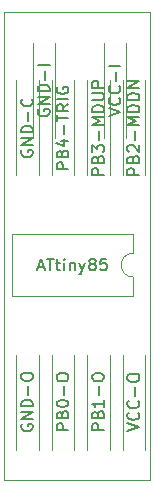
<source format=gbr>
%TF.GenerationSoftware,KiCad,Pcbnew,9.0.0*%
%TF.CreationDate,2025-05-11T23:31:38-04:00*%
%TF.ProjectId,WandLite,57616e64-4c69-4746-952e-6b696361645f,rev?*%
%TF.SameCoordinates,Original*%
%TF.FileFunction,Legend,Top*%
%TF.FilePolarity,Positive*%
%FSLAX46Y46*%
G04 Gerber Fmt 4.6, Leading zero omitted, Abs format (unit mm)*
G04 Created by KiCad (PCBNEW 9.0.0) date 2025-05-11 23:31:38*
%MOMM*%
%LPD*%
G01*
G04 APERTURE LIST*
%ADD10C,0.150000*%
%ADD11C,0.120000*%
%TA.AperFunction,Profile*%
%ADD12C,0.050000*%
%TD*%
G04 APERTURE END LIST*
D10*
X137254819Y-69886189D02*
X136254819Y-69886189D01*
X136254819Y-69886189D02*
X136254819Y-69505237D01*
X136254819Y-69505237D02*
X136302438Y-69409999D01*
X136302438Y-69409999D02*
X136350057Y-69362380D01*
X136350057Y-69362380D02*
X136445295Y-69314761D01*
X136445295Y-69314761D02*
X136588152Y-69314761D01*
X136588152Y-69314761D02*
X136683390Y-69362380D01*
X136683390Y-69362380D02*
X136731009Y-69409999D01*
X136731009Y-69409999D02*
X136778628Y-69505237D01*
X136778628Y-69505237D02*
X136778628Y-69886189D01*
X136731009Y-68552856D02*
X136778628Y-68409999D01*
X136778628Y-68409999D02*
X136826247Y-68362380D01*
X136826247Y-68362380D02*
X136921485Y-68314761D01*
X136921485Y-68314761D02*
X137064342Y-68314761D01*
X137064342Y-68314761D02*
X137159580Y-68362380D01*
X137159580Y-68362380D02*
X137207200Y-68409999D01*
X137207200Y-68409999D02*
X137254819Y-68505237D01*
X137254819Y-68505237D02*
X137254819Y-68886189D01*
X137254819Y-68886189D02*
X136254819Y-68886189D01*
X136254819Y-68886189D02*
X136254819Y-68552856D01*
X136254819Y-68552856D02*
X136302438Y-68457618D01*
X136302438Y-68457618D02*
X136350057Y-68409999D01*
X136350057Y-68409999D02*
X136445295Y-68362380D01*
X136445295Y-68362380D02*
X136540533Y-68362380D01*
X136540533Y-68362380D02*
X136635771Y-68409999D01*
X136635771Y-68409999D02*
X136683390Y-68457618D01*
X136683390Y-68457618D02*
X136731009Y-68552856D01*
X136731009Y-68552856D02*
X136731009Y-68886189D01*
X136588152Y-67457618D02*
X137254819Y-67457618D01*
X136207200Y-67695713D02*
X136921485Y-67933808D01*
X136921485Y-67933808D02*
X136921485Y-67314761D01*
X136873866Y-66933808D02*
X136873866Y-66171904D01*
X136254819Y-65838570D02*
X136254819Y-65267142D01*
X137254819Y-65552856D02*
X136254819Y-65552856D01*
X137254819Y-64362380D02*
X136778628Y-64695713D01*
X137254819Y-64933808D02*
X136254819Y-64933808D01*
X136254819Y-64933808D02*
X136254819Y-64552856D01*
X136254819Y-64552856D02*
X136302438Y-64457618D01*
X136302438Y-64457618D02*
X136350057Y-64409999D01*
X136350057Y-64409999D02*
X136445295Y-64362380D01*
X136445295Y-64362380D02*
X136588152Y-64362380D01*
X136588152Y-64362380D02*
X136683390Y-64409999D01*
X136683390Y-64409999D02*
X136731009Y-64457618D01*
X136731009Y-64457618D02*
X136778628Y-64552856D01*
X136778628Y-64552856D02*
X136778628Y-64933808D01*
X137254819Y-63933808D02*
X136254819Y-63933808D01*
X136302438Y-62933809D02*
X136254819Y-63029047D01*
X136254819Y-63029047D02*
X136254819Y-63171904D01*
X136254819Y-63171904D02*
X136302438Y-63314761D01*
X136302438Y-63314761D02*
X136397676Y-63409999D01*
X136397676Y-63409999D02*
X136492914Y-63457618D01*
X136492914Y-63457618D02*
X136683390Y-63505237D01*
X136683390Y-63505237D02*
X136826247Y-63505237D01*
X136826247Y-63505237D02*
X137016723Y-63457618D01*
X137016723Y-63457618D02*
X137111961Y-63409999D01*
X137111961Y-63409999D02*
X137207200Y-63314761D01*
X137207200Y-63314761D02*
X137254819Y-63171904D01*
X137254819Y-63171904D02*
X137254819Y-63076666D01*
X137254819Y-63076666D02*
X137207200Y-62933809D01*
X137207200Y-62933809D02*
X137159580Y-62886190D01*
X137159580Y-62886190D02*
X136826247Y-62886190D01*
X136826247Y-62886190D02*
X136826247Y-63076666D01*
X133302438Y-68290952D02*
X133254819Y-68386190D01*
X133254819Y-68386190D02*
X133254819Y-68529047D01*
X133254819Y-68529047D02*
X133302438Y-68671904D01*
X133302438Y-68671904D02*
X133397676Y-68767142D01*
X133397676Y-68767142D02*
X133492914Y-68814761D01*
X133492914Y-68814761D02*
X133683390Y-68862380D01*
X133683390Y-68862380D02*
X133826247Y-68862380D01*
X133826247Y-68862380D02*
X134016723Y-68814761D01*
X134016723Y-68814761D02*
X134111961Y-68767142D01*
X134111961Y-68767142D02*
X134207200Y-68671904D01*
X134207200Y-68671904D02*
X134254819Y-68529047D01*
X134254819Y-68529047D02*
X134254819Y-68433809D01*
X134254819Y-68433809D02*
X134207200Y-68290952D01*
X134207200Y-68290952D02*
X134159580Y-68243333D01*
X134159580Y-68243333D02*
X133826247Y-68243333D01*
X133826247Y-68243333D02*
X133826247Y-68433809D01*
X134254819Y-67814761D02*
X133254819Y-67814761D01*
X133254819Y-67814761D02*
X134254819Y-67243333D01*
X134254819Y-67243333D02*
X133254819Y-67243333D01*
X134254819Y-66767142D02*
X133254819Y-66767142D01*
X133254819Y-66767142D02*
X133254819Y-66529047D01*
X133254819Y-66529047D02*
X133302438Y-66386190D01*
X133302438Y-66386190D02*
X133397676Y-66290952D01*
X133397676Y-66290952D02*
X133492914Y-66243333D01*
X133492914Y-66243333D02*
X133683390Y-66195714D01*
X133683390Y-66195714D02*
X133826247Y-66195714D01*
X133826247Y-66195714D02*
X134016723Y-66243333D01*
X134016723Y-66243333D02*
X134111961Y-66290952D01*
X134111961Y-66290952D02*
X134207200Y-66386190D01*
X134207200Y-66386190D02*
X134254819Y-66529047D01*
X134254819Y-66529047D02*
X134254819Y-66767142D01*
X133873866Y-65767142D02*
X133873866Y-65005238D01*
X134159580Y-63957619D02*
X134207200Y-64005238D01*
X134207200Y-64005238D02*
X134254819Y-64148095D01*
X134254819Y-64148095D02*
X134254819Y-64243333D01*
X134254819Y-64243333D02*
X134207200Y-64386190D01*
X134207200Y-64386190D02*
X134111961Y-64481428D01*
X134111961Y-64481428D02*
X134016723Y-64529047D01*
X134016723Y-64529047D02*
X133826247Y-64576666D01*
X133826247Y-64576666D02*
X133683390Y-64576666D01*
X133683390Y-64576666D02*
X133492914Y-64529047D01*
X133492914Y-64529047D02*
X133397676Y-64481428D01*
X133397676Y-64481428D02*
X133302438Y-64386190D01*
X133302438Y-64386190D02*
X133254819Y-64243333D01*
X133254819Y-64243333D02*
X133254819Y-64148095D01*
X133254819Y-64148095D02*
X133302438Y-64005238D01*
X133302438Y-64005238D02*
X133350057Y-63957619D01*
X134702438Y-64829047D02*
X134654819Y-64924285D01*
X134654819Y-64924285D02*
X134654819Y-65067142D01*
X134654819Y-65067142D02*
X134702438Y-65209999D01*
X134702438Y-65209999D02*
X134797676Y-65305237D01*
X134797676Y-65305237D02*
X134892914Y-65352856D01*
X134892914Y-65352856D02*
X135083390Y-65400475D01*
X135083390Y-65400475D02*
X135226247Y-65400475D01*
X135226247Y-65400475D02*
X135416723Y-65352856D01*
X135416723Y-65352856D02*
X135511961Y-65305237D01*
X135511961Y-65305237D02*
X135607200Y-65209999D01*
X135607200Y-65209999D02*
X135654819Y-65067142D01*
X135654819Y-65067142D02*
X135654819Y-64971904D01*
X135654819Y-64971904D02*
X135607200Y-64829047D01*
X135607200Y-64829047D02*
X135559580Y-64781428D01*
X135559580Y-64781428D02*
X135226247Y-64781428D01*
X135226247Y-64781428D02*
X135226247Y-64971904D01*
X135654819Y-64352856D02*
X134654819Y-64352856D01*
X134654819Y-64352856D02*
X135654819Y-63781428D01*
X135654819Y-63781428D02*
X134654819Y-63781428D01*
X135654819Y-63305237D02*
X134654819Y-63305237D01*
X134654819Y-63305237D02*
X134654819Y-63067142D01*
X134654819Y-63067142D02*
X134702438Y-62924285D01*
X134702438Y-62924285D02*
X134797676Y-62829047D01*
X134797676Y-62829047D02*
X134892914Y-62781428D01*
X134892914Y-62781428D02*
X135083390Y-62733809D01*
X135083390Y-62733809D02*
X135226247Y-62733809D01*
X135226247Y-62733809D02*
X135416723Y-62781428D01*
X135416723Y-62781428D02*
X135511961Y-62829047D01*
X135511961Y-62829047D02*
X135607200Y-62924285D01*
X135607200Y-62924285D02*
X135654819Y-63067142D01*
X135654819Y-63067142D02*
X135654819Y-63305237D01*
X135273866Y-62305237D02*
X135273866Y-61543333D01*
X135654819Y-61067142D02*
X134654819Y-61067142D01*
X142254819Y-92066189D02*
X143254819Y-91732856D01*
X143254819Y-91732856D02*
X142254819Y-91399523D01*
X143159580Y-90494761D02*
X143207200Y-90542380D01*
X143207200Y-90542380D02*
X143254819Y-90685237D01*
X143254819Y-90685237D02*
X143254819Y-90780475D01*
X143254819Y-90780475D02*
X143207200Y-90923332D01*
X143207200Y-90923332D02*
X143111961Y-91018570D01*
X143111961Y-91018570D02*
X143016723Y-91066189D01*
X143016723Y-91066189D02*
X142826247Y-91113808D01*
X142826247Y-91113808D02*
X142683390Y-91113808D01*
X142683390Y-91113808D02*
X142492914Y-91066189D01*
X142492914Y-91066189D02*
X142397676Y-91018570D01*
X142397676Y-91018570D02*
X142302438Y-90923332D01*
X142302438Y-90923332D02*
X142254819Y-90780475D01*
X142254819Y-90780475D02*
X142254819Y-90685237D01*
X142254819Y-90685237D02*
X142302438Y-90542380D01*
X142302438Y-90542380D02*
X142350057Y-90494761D01*
X143159580Y-89494761D02*
X143207200Y-89542380D01*
X143207200Y-89542380D02*
X143254819Y-89685237D01*
X143254819Y-89685237D02*
X143254819Y-89780475D01*
X143254819Y-89780475D02*
X143207200Y-89923332D01*
X143207200Y-89923332D02*
X143111961Y-90018570D01*
X143111961Y-90018570D02*
X143016723Y-90066189D01*
X143016723Y-90066189D02*
X142826247Y-90113808D01*
X142826247Y-90113808D02*
X142683390Y-90113808D01*
X142683390Y-90113808D02*
X142492914Y-90066189D01*
X142492914Y-90066189D02*
X142397676Y-90018570D01*
X142397676Y-90018570D02*
X142302438Y-89923332D01*
X142302438Y-89923332D02*
X142254819Y-89780475D01*
X142254819Y-89780475D02*
X142254819Y-89685237D01*
X142254819Y-89685237D02*
X142302438Y-89542380D01*
X142302438Y-89542380D02*
X142350057Y-89494761D01*
X142873866Y-89066189D02*
X142873866Y-88304285D01*
X142254819Y-87637618D02*
X142254819Y-87447142D01*
X142254819Y-87447142D02*
X142302438Y-87351904D01*
X142302438Y-87351904D02*
X142397676Y-87256666D01*
X142397676Y-87256666D02*
X142588152Y-87209047D01*
X142588152Y-87209047D02*
X142921485Y-87209047D01*
X142921485Y-87209047D02*
X143111961Y-87256666D01*
X143111961Y-87256666D02*
X143207200Y-87351904D01*
X143207200Y-87351904D02*
X143254819Y-87447142D01*
X143254819Y-87447142D02*
X143254819Y-87637618D01*
X143254819Y-87637618D02*
X143207200Y-87732856D01*
X143207200Y-87732856D02*
X143111961Y-87828094D01*
X143111961Y-87828094D02*
X142921485Y-87875713D01*
X142921485Y-87875713D02*
X142588152Y-87875713D01*
X142588152Y-87875713D02*
X142397676Y-87828094D01*
X142397676Y-87828094D02*
X142302438Y-87732856D01*
X142302438Y-87732856D02*
X142254819Y-87637618D01*
X140254819Y-91970951D02*
X139254819Y-91970951D01*
X139254819Y-91970951D02*
X139254819Y-91589999D01*
X139254819Y-91589999D02*
X139302438Y-91494761D01*
X139302438Y-91494761D02*
X139350057Y-91447142D01*
X139350057Y-91447142D02*
X139445295Y-91399523D01*
X139445295Y-91399523D02*
X139588152Y-91399523D01*
X139588152Y-91399523D02*
X139683390Y-91447142D01*
X139683390Y-91447142D02*
X139731009Y-91494761D01*
X139731009Y-91494761D02*
X139778628Y-91589999D01*
X139778628Y-91589999D02*
X139778628Y-91970951D01*
X139731009Y-90637618D02*
X139778628Y-90494761D01*
X139778628Y-90494761D02*
X139826247Y-90447142D01*
X139826247Y-90447142D02*
X139921485Y-90399523D01*
X139921485Y-90399523D02*
X140064342Y-90399523D01*
X140064342Y-90399523D02*
X140159580Y-90447142D01*
X140159580Y-90447142D02*
X140207200Y-90494761D01*
X140207200Y-90494761D02*
X140254819Y-90589999D01*
X140254819Y-90589999D02*
X140254819Y-90970951D01*
X140254819Y-90970951D02*
X139254819Y-90970951D01*
X139254819Y-90970951D02*
X139254819Y-90637618D01*
X139254819Y-90637618D02*
X139302438Y-90542380D01*
X139302438Y-90542380D02*
X139350057Y-90494761D01*
X139350057Y-90494761D02*
X139445295Y-90447142D01*
X139445295Y-90447142D02*
X139540533Y-90447142D01*
X139540533Y-90447142D02*
X139635771Y-90494761D01*
X139635771Y-90494761D02*
X139683390Y-90542380D01*
X139683390Y-90542380D02*
X139731009Y-90637618D01*
X139731009Y-90637618D02*
X139731009Y-90970951D01*
X140254819Y-89447142D02*
X140254819Y-90018570D01*
X140254819Y-89732856D02*
X139254819Y-89732856D01*
X139254819Y-89732856D02*
X139397676Y-89828094D01*
X139397676Y-89828094D02*
X139492914Y-89923332D01*
X139492914Y-89923332D02*
X139540533Y-90018570D01*
X139873866Y-89018570D02*
X139873866Y-88256666D01*
X139254819Y-87589999D02*
X139254819Y-87399523D01*
X139254819Y-87399523D02*
X139302438Y-87304285D01*
X139302438Y-87304285D02*
X139397676Y-87209047D01*
X139397676Y-87209047D02*
X139588152Y-87161428D01*
X139588152Y-87161428D02*
X139921485Y-87161428D01*
X139921485Y-87161428D02*
X140111961Y-87209047D01*
X140111961Y-87209047D02*
X140207200Y-87304285D01*
X140207200Y-87304285D02*
X140254819Y-87399523D01*
X140254819Y-87399523D02*
X140254819Y-87589999D01*
X140254819Y-87589999D02*
X140207200Y-87685237D01*
X140207200Y-87685237D02*
X140111961Y-87780475D01*
X140111961Y-87780475D02*
X139921485Y-87828094D01*
X139921485Y-87828094D02*
X139588152Y-87828094D01*
X139588152Y-87828094D02*
X139397676Y-87780475D01*
X139397676Y-87780475D02*
X139302438Y-87685237D01*
X139302438Y-87685237D02*
X139254819Y-87589999D01*
X137254819Y-91970951D02*
X136254819Y-91970951D01*
X136254819Y-91970951D02*
X136254819Y-91589999D01*
X136254819Y-91589999D02*
X136302438Y-91494761D01*
X136302438Y-91494761D02*
X136350057Y-91447142D01*
X136350057Y-91447142D02*
X136445295Y-91399523D01*
X136445295Y-91399523D02*
X136588152Y-91399523D01*
X136588152Y-91399523D02*
X136683390Y-91447142D01*
X136683390Y-91447142D02*
X136731009Y-91494761D01*
X136731009Y-91494761D02*
X136778628Y-91589999D01*
X136778628Y-91589999D02*
X136778628Y-91970951D01*
X136731009Y-90637618D02*
X136778628Y-90494761D01*
X136778628Y-90494761D02*
X136826247Y-90447142D01*
X136826247Y-90447142D02*
X136921485Y-90399523D01*
X136921485Y-90399523D02*
X137064342Y-90399523D01*
X137064342Y-90399523D02*
X137159580Y-90447142D01*
X137159580Y-90447142D02*
X137207200Y-90494761D01*
X137207200Y-90494761D02*
X137254819Y-90589999D01*
X137254819Y-90589999D02*
X137254819Y-90970951D01*
X137254819Y-90970951D02*
X136254819Y-90970951D01*
X136254819Y-90970951D02*
X136254819Y-90637618D01*
X136254819Y-90637618D02*
X136302438Y-90542380D01*
X136302438Y-90542380D02*
X136350057Y-90494761D01*
X136350057Y-90494761D02*
X136445295Y-90447142D01*
X136445295Y-90447142D02*
X136540533Y-90447142D01*
X136540533Y-90447142D02*
X136635771Y-90494761D01*
X136635771Y-90494761D02*
X136683390Y-90542380D01*
X136683390Y-90542380D02*
X136731009Y-90637618D01*
X136731009Y-90637618D02*
X136731009Y-90970951D01*
X136254819Y-89780475D02*
X136254819Y-89685237D01*
X136254819Y-89685237D02*
X136302438Y-89589999D01*
X136302438Y-89589999D02*
X136350057Y-89542380D01*
X136350057Y-89542380D02*
X136445295Y-89494761D01*
X136445295Y-89494761D02*
X136635771Y-89447142D01*
X136635771Y-89447142D02*
X136873866Y-89447142D01*
X136873866Y-89447142D02*
X137064342Y-89494761D01*
X137064342Y-89494761D02*
X137159580Y-89542380D01*
X137159580Y-89542380D02*
X137207200Y-89589999D01*
X137207200Y-89589999D02*
X137254819Y-89685237D01*
X137254819Y-89685237D02*
X137254819Y-89780475D01*
X137254819Y-89780475D02*
X137207200Y-89875713D01*
X137207200Y-89875713D02*
X137159580Y-89923332D01*
X137159580Y-89923332D02*
X137064342Y-89970951D01*
X137064342Y-89970951D02*
X136873866Y-90018570D01*
X136873866Y-90018570D02*
X136635771Y-90018570D01*
X136635771Y-90018570D02*
X136445295Y-89970951D01*
X136445295Y-89970951D02*
X136350057Y-89923332D01*
X136350057Y-89923332D02*
X136302438Y-89875713D01*
X136302438Y-89875713D02*
X136254819Y-89780475D01*
X136873866Y-89018570D02*
X136873866Y-88256666D01*
X136254819Y-87589999D02*
X136254819Y-87399523D01*
X136254819Y-87399523D02*
X136302438Y-87304285D01*
X136302438Y-87304285D02*
X136397676Y-87209047D01*
X136397676Y-87209047D02*
X136588152Y-87161428D01*
X136588152Y-87161428D02*
X136921485Y-87161428D01*
X136921485Y-87161428D02*
X137111961Y-87209047D01*
X137111961Y-87209047D02*
X137207200Y-87304285D01*
X137207200Y-87304285D02*
X137254819Y-87399523D01*
X137254819Y-87399523D02*
X137254819Y-87589999D01*
X137254819Y-87589999D02*
X137207200Y-87685237D01*
X137207200Y-87685237D02*
X137111961Y-87780475D01*
X137111961Y-87780475D02*
X136921485Y-87828094D01*
X136921485Y-87828094D02*
X136588152Y-87828094D01*
X136588152Y-87828094D02*
X136397676Y-87780475D01*
X136397676Y-87780475D02*
X136302438Y-87685237D01*
X136302438Y-87685237D02*
X136254819Y-87589999D01*
X133302438Y-91494761D02*
X133254819Y-91589999D01*
X133254819Y-91589999D02*
X133254819Y-91732856D01*
X133254819Y-91732856D02*
X133302438Y-91875713D01*
X133302438Y-91875713D02*
X133397676Y-91970951D01*
X133397676Y-91970951D02*
X133492914Y-92018570D01*
X133492914Y-92018570D02*
X133683390Y-92066189D01*
X133683390Y-92066189D02*
X133826247Y-92066189D01*
X133826247Y-92066189D02*
X134016723Y-92018570D01*
X134016723Y-92018570D02*
X134111961Y-91970951D01*
X134111961Y-91970951D02*
X134207200Y-91875713D01*
X134207200Y-91875713D02*
X134254819Y-91732856D01*
X134254819Y-91732856D02*
X134254819Y-91637618D01*
X134254819Y-91637618D02*
X134207200Y-91494761D01*
X134207200Y-91494761D02*
X134159580Y-91447142D01*
X134159580Y-91447142D02*
X133826247Y-91447142D01*
X133826247Y-91447142D02*
X133826247Y-91637618D01*
X134254819Y-91018570D02*
X133254819Y-91018570D01*
X133254819Y-91018570D02*
X134254819Y-90447142D01*
X134254819Y-90447142D02*
X133254819Y-90447142D01*
X134254819Y-89970951D02*
X133254819Y-89970951D01*
X133254819Y-89970951D02*
X133254819Y-89732856D01*
X133254819Y-89732856D02*
X133302438Y-89589999D01*
X133302438Y-89589999D02*
X133397676Y-89494761D01*
X133397676Y-89494761D02*
X133492914Y-89447142D01*
X133492914Y-89447142D02*
X133683390Y-89399523D01*
X133683390Y-89399523D02*
X133826247Y-89399523D01*
X133826247Y-89399523D02*
X134016723Y-89447142D01*
X134016723Y-89447142D02*
X134111961Y-89494761D01*
X134111961Y-89494761D02*
X134207200Y-89589999D01*
X134207200Y-89589999D02*
X134254819Y-89732856D01*
X134254819Y-89732856D02*
X134254819Y-89970951D01*
X133873866Y-88970951D02*
X133873866Y-88209047D01*
X133254819Y-87542380D02*
X133254819Y-87351904D01*
X133254819Y-87351904D02*
X133302438Y-87256666D01*
X133302438Y-87256666D02*
X133397676Y-87161428D01*
X133397676Y-87161428D02*
X133588152Y-87113809D01*
X133588152Y-87113809D02*
X133921485Y-87113809D01*
X133921485Y-87113809D02*
X134111961Y-87161428D01*
X134111961Y-87161428D02*
X134207200Y-87256666D01*
X134207200Y-87256666D02*
X134254819Y-87351904D01*
X134254819Y-87351904D02*
X134254819Y-87542380D01*
X134254819Y-87542380D02*
X134207200Y-87637618D01*
X134207200Y-87637618D02*
X134111961Y-87732856D01*
X134111961Y-87732856D02*
X133921485Y-87780475D01*
X133921485Y-87780475D02*
X133588152Y-87780475D01*
X133588152Y-87780475D02*
X133397676Y-87732856D01*
X133397676Y-87732856D02*
X133302438Y-87637618D01*
X133302438Y-87637618D02*
X133254819Y-87542380D01*
X140654819Y-65400475D02*
X141654819Y-65067142D01*
X141654819Y-65067142D02*
X140654819Y-64733809D01*
X141559580Y-63829047D02*
X141607200Y-63876666D01*
X141607200Y-63876666D02*
X141654819Y-64019523D01*
X141654819Y-64019523D02*
X141654819Y-64114761D01*
X141654819Y-64114761D02*
X141607200Y-64257618D01*
X141607200Y-64257618D02*
X141511961Y-64352856D01*
X141511961Y-64352856D02*
X141416723Y-64400475D01*
X141416723Y-64400475D02*
X141226247Y-64448094D01*
X141226247Y-64448094D02*
X141083390Y-64448094D01*
X141083390Y-64448094D02*
X140892914Y-64400475D01*
X140892914Y-64400475D02*
X140797676Y-64352856D01*
X140797676Y-64352856D02*
X140702438Y-64257618D01*
X140702438Y-64257618D02*
X140654819Y-64114761D01*
X140654819Y-64114761D02*
X140654819Y-64019523D01*
X140654819Y-64019523D02*
X140702438Y-63876666D01*
X140702438Y-63876666D02*
X140750057Y-63829047D01*
X141559580Y-62829047D02*
X141607200Y-62876666D01*
X141607200Y-62876666D02*
X141654819Y-63019523D01*
X141654819Y-63019523D02*
X141654819Y-63114761D01*
X141654819Y-63114761D02*
X141607200Y-63257618D01*
X141607200Y-63257618D02*
X141511961Y-63352856D01*
X141511961Y-63352856D02*
X141416723Y-63400475D01*
X141416723Y-63400475D02*
X141226247Y-63448094D01*
X141226247Y-63448094D02*
X141083390Y-63448094D01*
X141083390Y-63448094D02*
X140892914Y-63400475D01*
X140892914Y-63400475D02*
X140797676Y-63352856D01*
X140797676Y-63352856D02*
X140702438Y-63257618D01*
X140702438Y-63257618D02*
X140654819Y-63114761D01*
X140654819Y-63114761D02*
X140654819Y-63019523D01*
X140654819Y-63019523D02*
X140702438Y-62876666D01*
X140702438Y-62876666D02*
X140750057Y-62829047D01*
X141273866Y-62400475D02*
X141273866Y-61638571D01*
X141654819Y-61162380D02*
X140654819Y-61162380D01*
X134661428Y-78169104D02*
X135137618Y-78169104D01*
X134566190Y-78454819D02*
X134899523Y-77454819D01*
X134899523Y-77454819D02*
X135232856Y-78454819D01*
X135423333Y-77454819D02*
X135994761Y-77454819D01*
X135709047Y-78454819D02*
X135709047Y-77454819D01*
X136185238Y-77788152D02*
X136566190Y-77788152D01*
X136328095Y-77454819D02*
X136328095Y-78311961D01*
X136328095Y-78311961D02*
X136375714Y-78407200D01*
X136375714Y-78407200D02*
X136470952Y-78454819D01*
X136470952Y-78454819D02*
X136566190Y-78454819D01*
X136899524Y-78454819D02*
X136899524Y-77788152D01*
X136899524Y-77454819D02*
X136851905Y-77502438D01*
X136851905Y-77502438D02*
X136899524Y-77550057D01*
X136899524Y-77550057D02*
X136947143Y-77502438D01*
X136947143Y-77502438D02*
X136899524Y-77454819D01*
X136899524Y-77454819D02*
X136899524Y-77550057D01*
X137375714Y-77788152D02*
X137375714Y-78454819D01*
X137375714Y-77883390D02*
X137423333Y-77835771D01*
X137423333Y-77835771D02*
X137518571Y-77788152D01*
X137518571Y-77788152D02*
X137661428Y-77788152D01*
X137661428Y-77788152D02*
X137756666Y-77835771D01*
X137756666Y-77835771D02*
X137804285Y-77931009D01*
X137804285Y-77931009D02*
X137804285Y-78454819D01*
X138185238Y-77788152D02*
X138423333Y-78454819D01*
X138661428Y-77788152D02*
X138423333Y-78454819D01*
X138423333Y-78454819D02*
X138328095Y-78692914D01*
X138328095Y-78692914D02*
X138280476Y-78740533D01*
X138280476Y-78740533D02*
X138185238Y-78788152D01*
X139185238Y-77883390D02*
X139090000Y-77835771D01*
X139090000Y-77835771D02*
X139042381Y-77788152D01*
X139042381Y-77788152D02*
X138994762Y-77692914D01*
X138994762Y-77692914D02*
X138994762Y-77645295D01*
X138994762Y-77645295D02*
X139042381Y-77550057D01*
X139042381Y-77550057D02*
X139090000Y-77502438D01*
X139090000Y-77502438D02*
X139185238Y-77454819D01*
X139185238Y-77454819D02*
X139375714Y-77454819D01*
X139375714Y-77454819D02*
X139470952Y-77502438D01*
X139470952Y-77502438D02*
X139518571Y-77550057D01*
X139518571Y-77550057D02*
X139566190Y-77645295D01*
X139566190Y-77645295D02*
X139566190Y-77692914D01*
X139566190Y-77692914D02*
X139518571Y-77788152D01*
X139518571Y-77788152D02*
X139470952Y-77835771D01*
X139470952Y-77835771D02*
X139375714Y-77883390D01*
X139375714Y-77883390D02*
X139185238Y-77883390D01*
X139185238Y-77883390D02*
X139090000Y-77931009D01*
X139090000Y-77931009D02*
X139042381Y-77978628D01*
X139042381Y-77978628D02*
X138994762Y-78073866D01*
X138994762Y-78073866D02*
X138994762Y-78264342D01*
X138994762Y-78264342D02*
X139042381Y-78359580D01*
X139042381Y-78359580D02*
X139090000Y-78407200D01*
X139090000Y-78407200D02*
X139185238Y-78454819D01*
X139185238Y-78454819D02*
X139375714Y-78454819D01*
X139375714Y-78454819D02*
X139470952Y-78407200D01*
X139470952Y-78407200D02*
X139518571Y-78359580D01*
X139518571Y-78359580D02*
X139566190Y-78264342D01*
X139566190Y-78264342D02*
X139566190Y-78073866D01*
X139566190Y-78073866D02*
X139518571Y-77978628D01*
X139518571Y-77978628D02*
X139470952Y-77931009D01*
X139470952Y-77931009D02*
X139375714Y-77883390D01*
X140470952Y-77454819D02*
X139994762Y-77454819D01*
X139994762Y-77454819D02*
X139947143Y-77931009D01*
X139947143Y-77931009D02*
X139994762Y-77883390D01*
X139994762Y-77883390D02*
X140090000Y-77835771D01*
X140090000Y-77835771D02*
X140328095Y-77835771D01*
X140328095Y-77835771D02*
X140423333Y-77883390D01*
X140423333Y-77883390D02*
X140470952Y-77931009D01*
X140470952Y-77931009D02*
X140518571Y-78026247D01*
X140518571Y-78026247D02*
X140518571Y-78264342D01*
X140518571Y-78264342D02*
X140470952Y-78359580D01*
X140470952Y-78359580D02*
X140423333Y-78407200D01*
X140423333Y-78407200D02*
X140328095Y-78454819D01*
X140328095Y-78454819D02*
X140090000Y-78454819D01*
X140090000Y-78454819D02*
X139994762Y-78407200D01*
X139994762Y-78407200D02*
X139947143Y-78359580D01*
X140254819Y-70362380D02*
X139254819Y-70362380D01*
X139254819Y-70362380D02*
X139254819Y-69981428D01*
X139254819Y-69981428D02*
X139302438Y-69886190D01*
X139302438Y-69886190D02*
X139350057Y-69838571D01*
X139350057Y-69838571D02*
X139445295Y-69790952D01*
X139445295Y-69790952D02*
X139588152Y-69790952D01*
X139588152Y-69790952D02*
X139683390Y-69838571D01*
X139683390Y-69838571D02*
X139731009Y-69886190D01*
X139731009Y-69886190D02*
X139778628Y-69981428D01*
X139778628Y-69981428D02*
X139778628Y-70362380D01*
X139731009Y-69029047D02*
X139778628Y-68886190D01*
X139778628Y-68886190D02*
X139826247Y-68838571D01*
X139826247Y-68838571D02*
X139921485Y-68790952D01*
X139921485Y-68790952D02*
X140064342Y-68790952D01*
X140064342Y-68790952D02*
X140159580Y-68838571D01*
X140159580Y-68838571D02*
X140207200Y-68886190D01*
X140207200Y-68886190D02*
X140254819Y-68981428D01*
X140254819Y-68981428D02*
X140254819Y-69362380D01*
X140254819Y-69362380D02*
X139254819Y-69362380D01*
X139254819Y-69362380D02*
X139254819Y-69029047D01*
X139254819Y-69029047D02*
X139302438Y-68933809D01*
X139302438Y-68933809D02*
X139350057Y-68886190D01*
X139350057Y-68886190D02*
X139445295Y-68838571D01*
X139445295Y-68838571D02*
X139540533Y-68838571D01*
X139540533Y-68838571D02*
X139635771Y-68886190D01*
X139635771Y-68886190D02*
X139683390Y-68933809D01*
X139683390Y-68933809D02*
X139731009Y-69029047D01*
X139731009Y-69029047D02*
X139731009Y-69362380D01*
X139254819Y-68457618D02*
X139254819Y-67838571D01*
X139254819Y-67838571D02*
X139635771Y-68171904D01*
X139635771Y-68171904D02*
X139635771Y-68029047D01*
X139635771Y-68029047D02*
X139683390Y-67933809D01*
X139683390Y-67933809D02*
X139731009Y-67886190D01*
X139731009Y-67886190D02*
X139826247Y-67838571D01*
X139826247Y-67838571D02*
X140064342Y-67838571D01*
X140064342Y-67838571D02*
X140159580Y-67886190D01*
X140159580Y-67886190D02*
X140207200Y-67933809D01*
X140207200Y-67933809D02*
X140254819Y-68029047D01*
X140254819Y-68029047D02*
X140254819Y-68314761D01*
X140254819Y-68314761D02*
X140207200Y-68409999D01*
X140207200Y-68409999D02*
X140159580Y-68457618D01*
X139873866Y-67409999D02*
X139873866Y-66648095D01*
X140254819Y-66171904D02*
X139254819Y-66171904D01*
X139254819Y-66171904D02*
X139969104Y-65838571D01*
X139969104Y-65838571D02*
X139254819Y-65505238D01*
X139254819Y-65505238D02*
X140254819Y-65505238D01*
X140254819Y-65029047D02*
X139254819Y-65029047D01*
X139254819Y-65029047D02*
X139254819Y-64790952D01*
X139254819Y-64790952D02*
X139302438Y-64648095D01*
X139302438Y-64648095D02*
X139397676Y-64552857D01*
X139397676Y-64552857D02*
X139492914Y-64505238D01*
X139492914Y-64505238D02*
X139683390Y-64457619D01*
X139683390Y-64457619D02*
X139826247Y-64457619D01*
X139826247Y-64457619D02*
X140016723Y-64505238D01*
X140016723Y-64505238D02*
X140111961Y-64552857D01*
X140111961Y-64552857D02*
X140207200Y-64648095D01*
X140207200Y-64648095D02*
X140254819Y-64790952D01*
X140254819Y-64790952D02*
X140254819Y-65029047D01*
X139254819Y-64029047D02*
X140064342Y-64029047D01*
X140064342Y-64029047D02*
X140159580Y-63981428D01*
X140159580Y-63981428D02*
X140207200Y-63933809D01*
X140207200Y-63933809D02*
X140254819Y-63838571D01*
X140254819Y-63838571D02*
X140254819Y-63648095D01*
X140254819Y-63648095D02*
X140207200Y-63552857D01*
X140207200Y-63552857D02*
X140159580Y-63505238D01*
X140159580Y-63505238D02*
X140064342Y-63457619D01*
X140064342Y-63457619D02*
X139254819Y-63457619D01*
X140254819Y-62981428D02*
X139254819Y-62981428D01*
X139254819Y-62981428D02*
X139254819Y-62600476D01*
X139254819Y-62600476D02*
X139302438Y-62505238D01*
X139302438Y-62505238D02*
X139350057Y-62457619D01*
X139350057Y-62457619D02*
X139445295Y-62410000D01*
X139445295Y-62410000D02*
X139588152Y-62410000D01*
X139588152Y-62410000D02*
X139683390Y-62457619D01*
X139683390Y-62457619D02*
X139731009Y-62505238D01*
X139731009Y-62505238D02*
X139778628Y-62600476D01*
X139778628Y-62600476D02*
X139778628Y-62981428D01*
X143254819Y-70352380D02*
X142254819Y-70352380D01*
X142254819Y-70352380D02*
X142254819Y-69971428D01*
X142254819Y-69971428D02*
X142302438Y-69876190D01*
X142302438Y-69876190D02*
X142350057Y-69828571D01*
X142350057Y-69828571D02*
X142445295Y-69780952D01*
X142445295Y-69780952D02*
X142588152Y-69780952D01*
X142588152Y-69780952D02*
X142683390Y-69828571D01*
X142683390Y-69828571D02*
X142731009Y-69876190D01*
X142731009Y-69876190D02*
X142778628Y-69971428D01*
X142778628Y-69971428D02*
X142778628Y-70352380D01*
X142731009Y-69019047D02*
X142778628Y-68876190D01*
X142778628Y-68876190D02*
X142826247Y-68828571D01*
X142826247Y-68828571D02*
X142921485Y-68780952D01*
X142921485Y-68780952D02*
X143064342Y-68780952D01*
X143064342Y-68780952D02*
X143159580Y-68828571D01*
X143159580Y-68828571D02*
X143207200Y-68876190D01*
X143207200Y-68876190D02*
X143254819Y-68971428D01*
X143254819Y-68971428D02*
X143254819Y-69352380D01*
X143254819Y-69352380D02*
X142254819Y-69352380D01*
X142254819Y-69352380D02*
X142254819Y-69019047D01*
X142254819Y-69019047D02*
X142302438Y-68923809D01*
X142302438Y-68923809D02*
X142350057Y-68876190D01*
X142350057Y-68876190D02*
X142445295Y-68828571D01*
X142445295Y-68828571D02*
X142540533Y-68828571D01*
X142540533Y-68828571D02*
X142635771Y-68876190D01*
X142635771Y-68876190D02*
X142683390Y-68923809D01*
X142683390Y-68923809D02*
X142731009Y-69019047D01*
X142731009Y-69019047D02*
X142731009Y-69352380D01*
X142350057Y-68399999D02*
X142302438Y-68352380D01*
X142302438Y-68352380D02*
X142254819Y-68257142D01*
X142254819Y-68257142D02*
X142254819Y-68019047D01*
X142254819Y-68019047D02*
X142302438Y-67923809D01*
X142302438Y-67923809D02*
X142350057Y-67876190D01*
X142350057Y-67876190D02*
X142445295Y-67828571D01*
X142445295Y-67828571D02*
X142540533Y-67828571D01*
X142540533Y-67828571D02*
X142683390Y-67876190D01*
X142683390Y-67876190D02*
X143254819Y-68447618D01*
X143254819Y-68447618D02*
X143254819Y-67828571D01*
X142873866Y-67399999D02*
X142873866Y-66638095D01*
X143254819Y-66161904D02*
X142254819Y-66161904D01*
X142254819Y-66161904D02*
X142969104Y-65828571D01*
X142969104Y-65828571D02*
X142254819Y-65495238D01*
X142254819Y-65495238D02*
X143254819Y-65495238D01*
X143254819Y-65019047D02*
X142254819Y-65019047D01*
X142254819Y-65019047D02*
X142254819Y-64780952D01*
X142254819Y-64780952D02*
X142302438Y-64638095D01*
X142302438Y-64638095D02*
X142397676Y-64542857D01*
X142397676Y-64542857D02*
X142492914Y-64495238D01*
X142492914Y-64495238D02*
X142683390Y-64447619D01*
X142683390Y-64447619D02*
X142826247Y-64447619D01*
X142826247Y-64447619D02*
X143016723Y-64495238D01*
X143016723Y-64495238D02*
X143111961Y-64542857D01*
X143111961Y-64542857D02*
X143207200Y-64638095D01*
X143207200Y-64638095D02*
X143254819Y-64780952D01*
X143254819Y-64780952D02*
X143254819Y-65019047D01*
X143254819Y-64019047D02*
X142254819Y-64019047D01*
X142254819Y-64019047D02*
X142254819Y-63780952D01*
X142254819Y-63780952D02*
X142302438Y-63638095D01*
X142302438Y-63638095D02*
X142397676Y-63542857D01*
X142397676Y-63542857D02*
X142492914Y-63495238D01*
X142492914Y-63495238D02*
X142683390Y-63447619D01*
X142683390Y-63447619D02*
X142826247Y-63447619D01*
X142826247Y-63447619D02*
X143016723Y-63495238D01*
X143016723Y-63495238D02*
X143111961Y-63542857D01*
X143111961Y-63542857D02*
X143207200Y-63638095D01*
X143207200Y-63638095D02*
X143254819Y-63780952D01*
X143254819Y-63780952D02*
X143254819Y-64019047D01*
X143254819Y-63019047D02*
X142254819Y-63019047D01*
X142254819Y-63019047D02*
X143254819Y-62447619D01*
X143254819Y-62447619D02*
X142254819Y-62447619D01*
D11*
%TO.C,J6*%
X135840000Y-70415000D02*
X135840000Y-62360000D01*
X137760000Y-70415000D02*
X137760000Y-62360000D01*
%TO.C,J7*%
X134760000Y-70415000D02*
X134760000Y-62360000D01*
X132840000Y-70415000D02*
X132840000Y-62360000D01*
%TO.C,J8*%
X134240000Y-67215000D02*
X134240000Y-59160000D01*
X136160000Y-67215000D02*
X136160000Y-59160000D01*
%TO.C,J10*%
X143760000Y-85585000D02*
X143760000Y-93640000D01*
X141840000Y-85585000D02*
X141840000Y-93640000D01*
%TO.C,J11*%
X138840000Y-85585000D02*
X138840000Y-93640000D01*
X140760000Y-85585000D02*
X140760000Y-93640000D01*
%TO.C,J12*%
X135840000Y-85585000D02*
X135840000Y-93640000D01*
X137760000Y-85585000D02*
X137760000Y-93640000D01*
%TO.C,J13*%
X132840000Y-85585000D02*
X132840000Y-93640000D01*
X134760000Y-85585000D02*
X134760000Y-93640000D01*
%TO.C,J14*%
X142160000Y-67215000D02*
X142160000Y-59160000D01*
X140240000Y-67215000D02*
X140240000Y-59160000D01*
%TO.C,U1*%
X132450000Y-75355000D02*
X132450000Y-80655000D01*
X132450000Y-80655000D02*
X142730000Y-80655000D01*
X142730000Y-75355000D02*
X132450000Y-75355000D01*
X142730000Y-77005000D02*
X142730000Y-75355000D01*
X142730000Y-80655000D02*
X142730000Y-79005000D01*
X142730000Y-79005000D02*
G75*
G02*
X142730000Y-77005000I0J1000000D01*
G01*
%TO.C,J5*%
X140760000Y-70415000D02*
X140760000Y-62360000D01*
X138840000Y-70415000D02*
X138840000Y-62360000D01*
%TO.C,J3*%
X141840000Y-70415000D02*
X141840000Y-62360000D01*
X143760000Y-70415000D02*
X143760000Y-62360000D01*
%TD*%
D12*
X131800000Y-56600000D02*
X144200728Y-56600000D01*
X144200728Y-96200000D01*
X131800000Y-96200000D01*
X131800000Y-56600000D01*
M02*

</source>
